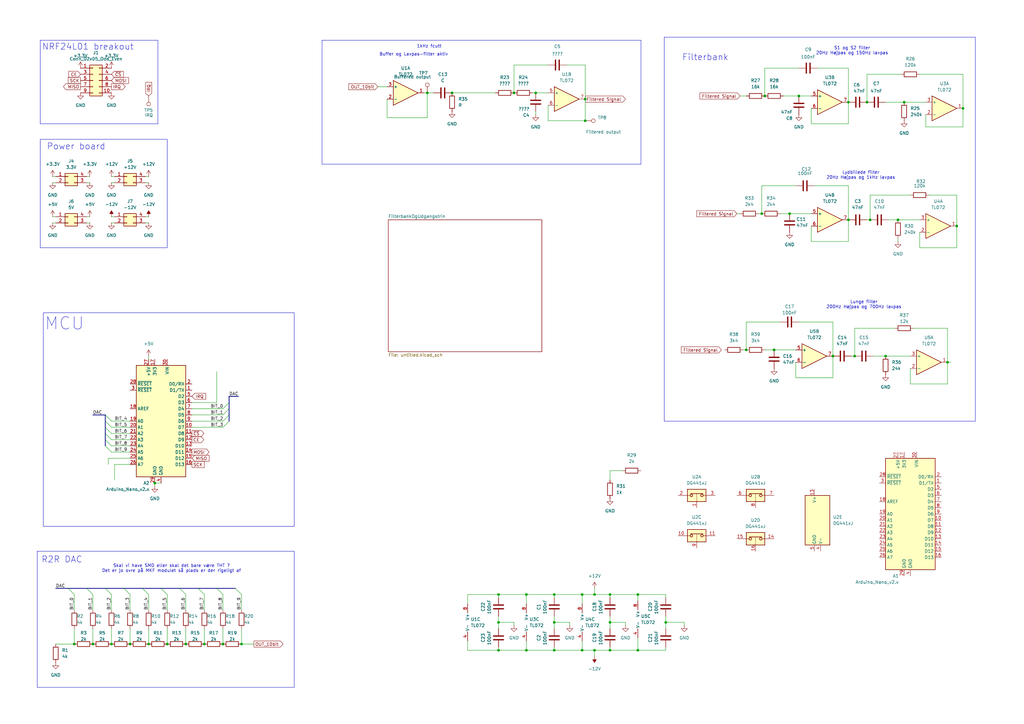
<source format=kicad_sch>
(kicad_sch (version 20231120) (generator "eeschema") (generator_version "8.0")
  (paper "A3")
  (junction (at 363.22 146.05))
  (junction (at 347.98 41.91))
  (junction (at 204.47 266.7))
  (junction (at 238.76 243.84))
  (junction (at 204.47 255.27))
  (junction (at 76.2 264.16))
  (junction (at 175.26 38.1))
  (junction (at 238.76 266.7))
  (junction (at 219.71 38.1))
  (junction (at 83.82 264.16))
  (junction (at 392.43 92.71))
  (junction (at 370.84 41.91))
  (junction (at 243.84 243.84))
  (junction (at 250.19 255.27))
  (junction (at 250.19 243.84))
  (junction (at 227.33 243.84))
  (junction (at 240.03 40.64))
  (junction (at 63.5 198.12))
  (junction (at 355.6 41.91))
  (junction (at 210.82 38.1))
  (junction (at 185.42 38.1))
  (junction (at 350.52 146.05))
  (junction (at 323.85 87.63))
  (junction (at 68.58 264.16))
  (junction (at 240.03 49.53))
  (junction (at 317.5 143.51))
  (junction (at 261.62 266.7))
  (junction (at 356.87 90.17))
  (junction (at 30.48 264.16))
  (junction (at 53.34 264.16))
  (junction (at 45.72 264.16))
  (junction (at 227.33 255.27))
  (junction (at 38.1 264.16))
  (junction (at 215.9 243.84))
  (junction (at 99.06 264.16))
  (junction (at 273.05 255.27))
  (junction (at 91.44 264.16))
  (junction (at 227.33 266.7))
  (junction (at 60.96 264.16))
  (junction (at 215.9 266.7))
  (junction (at 306.07 143.51))
  (junction (at 243.84 266.7))
  (junction (at 327.66 39.37))
  (junction (at 250.19 266.7))
  (junction (at 312.42 87.63))
  (junction (at 341.63 146.05))
  (junction (at 388.62 148.59))
  (junction (at 347.98 90.17))
  (junction (at 368.3 90.17))
  (junction (at 313.69 39.37))
  (junction (at 261.62 243.84))
  (junction (at 394.97 44.45))
  (junction (at 204.47 243.84))
  (bus_entry (at 43.18 241.3) (size 2.54 2.54))
  (bus_entry (at 35.56 241.3) (size 2.54 2.54))
  (bus_entry (at 91.44 170.18) (size 2.54 -2.54))
  (bus_entry (at 27.94 241.3) (size 2.54 2.54))
  (bus_entry (at 96.52 241.3) (size 2.54 2.54))
  (bus_entry (at 88.9 241.3) (size 2.54 2.54))
  (bus_entry (at 50.8 241.3) (size 2.54 2.54))
  (bus_entry (at 58.42 241.3) (size 2.54 2.54))
  (bus_entry (at 73.66 241.3) (size 2.54 2.54))
  (bus_entry (at 91.44 167.64) (size 2.54 -2.54))
  (bus_entry (at 45.72 185.42) (size -2.54 -2.54))
  (bus_entry (at 66.04 241.3) (size 2.54 2.54))
  (bus_entry (at 43.18 175.26) (size 2.54 2.54))
  (bus_entry (at 45.72 182.88) (size -2.54 -2.54))
  (bus_entry (at 91.44 175.26) (size 2.54 -2.54))
  (bus_entry (at 45.72 180.34) (size -2.54 -2.54))
  (bus_entry (at 91.44 172.72) (size 2.54 -2.54))
  (bus_entry (at 43.18 172.72) (size 2.54 2.54))
  (bus_entry (at 81.28 241.3) (size 2.54 2.54))
  (bus_entry (at 43.18 170.18) (size 2.54 2.54))
  (wire (pts (xy 250.19 243.84) (xy 261.62 243.84)))
  (wire (pts (xy 335.28 27.94) (xy 347.98 27.94)))
  (wire (pts (xy 99.06 243.84) (xy 99.06 250.19)))
  (wire (pts (xy 370.84 41.91) (xy 379.73 41.91)))
  (wire (pts (xy 44.45 187.96) (xy 44.45 190.5)))
  (wire (pts (xy 191.77 262.89) (xy 191.77 266.7)))
  (wire (pts (xy 240.03 40.64) (xy 240.03 49.53)))
  (wire (pts (xy 243.84 243.84) (xy 250.19 243.84)))
  (wire (pts (xy 53.34 187.96) (xy 44.45 187.96)))
  (polyline (pts (xy 132.08 16.51) (xy 132.08 67.31)))
  (polyline (pts (xy 262.89 67.31) (xy 262.89 16.51)))
  (wire (pts (xy 68.58 257.81) (xy 68.58 264.16)))
  (bus (pts (xy 43.18 172.72) (xy 43.18 175.26)))
  (wire (pts (xy 191.77 266.7) (xy 204.47 266.7)))
  (wire (pts (xy 347.98 90.17) (xy 347.98 99.06)))
  (wire (pts (xy 63.5 198.12) (xy 66.04 198.12)))
  (wire (pts (xy 363.22 41.91) (xy 370.84 41.91)))
  (wire (pts (xy 243.84 266.7) (xy 243.84 269.24)))
  (wire (pts (xy 91.44 243.84) (xy 91.44 250.19)))
  (wire (pts (xy 273.05 265.43) (xy 273.05 266.7)))
  (wire (pts (xy 261.62 243.84) (xy 273.05 243.84)))
  (wire (pts (xy 219.71 38.1) (xy 218.44 38.1)))
  (wire (pts (xy 327.66 39.37) (xy 332.74 39.37)))
  (wire (pts (xy 21.59 74.93) (xy 22.86 74.93)))
  (wire (pts (xy 374.65 134.62) (xy 388.62 134.62)))
  (wire (pts (xy 88.9 152.4) (xy 88.9 165.1)))
  (wire (pts (xy 45.72 243.84) (xy 45.72 250.19)))
  (wire (pts (xy 76.2 257.81) (xy 76.2 264.16)))
  (wire (pts (xy 185.42 38.1) (xy 203.2 38.1)))
  (bus (pts (xy 50.8 241.3) (xy 58.42 241.3)))
  (wire (pts (xy 204.47 255.27) (xy 204.47 257.81)))
  (wire (pts (xy 326.39 154.94) (xy 341.63 154.94)))
  (bus (pts (xy 38.1 170.18) (xy 43.18 170.18)))
  (wire (pts (xy 227.33 266.7) (xy 215.9 266.7)))
  (wire (pts (xy 38.1 257.81) (xy 38.1 264.16)))
  (wire (pts (xy 303.53 39.37) (xy 306.07 39.37)))
  (wire (pts (xy 210.82 38.1) (xy 210.82 26.67)))
  (wire (pts (xy 78.74 170.18) (xy 91.44 170.18)))
  (wire (pts (xy 250.19 193.04) (xy 255.27 193.04)))
  (wire (pts (xy 250.19 243.84) (xy 250.19 245.11)))
  (wire (pts (xy 347.98 27.94) (xy 347.98 41.91)))
  (wire (pts (xy 332.74 44.45) (xy 332.74 50.8)))
  (wire (pts (xy 60.96 146.05) (xy 60.96 147.32)))
  (wire (pts (xy 210.82 256.54) (xy 210.82 255.27)))
  (bus (pts (xy 43.18 180.34) (xy 43.18 177.8)))
  (wire (pts (xy 355.6 90.17) (xy 356.87 90.17)))
  (wire (pts (xy 53.34 190.5) (xy 46.99 190.5)))
  (bus (pts (xy 27.94 241.3) (xy 35.56 241.3)))
  (wire (pts (xy 227.33 252.73) (xy 227.33 255.27)))
  (wire (pts (xy 250.19 255.27) (xy 256.54 255.27)))
  (wire (pts (xy 59.69 91.44) (xy 60.96 91.44)))
  (wire (pts (xy 341.63 146.05) (xy 341.63 154.94)))
  (wire (pts (xy 356.87 80.01) (xy 356.87 90.17)))
  (wire (pts (xy 233.68 256.54) (xy 233.68 255.27)))
  (wire (pts (xy 38.1 243.84) (xy 38.1 250.19)))
  (wire (pts (xy 191.77 243.84) (xy 191.77 247.65)))
  (wire (pts (xy 46.99 190.5) (xy 46.99 196.85)))
  (wire (pts (xy 392.43 80.01) (xy 392.43 92.71)))
  (wire (pts (xy 261.62 261.62) (xy 261.62 266.7)))
  (wire (pts (xy 204.47 243.84) (xy 191.77 243.84)))
  (wire (pts (xy 377.19 95.25) (xy 377.19 101.6)))
  (wire (pts (xy 373.38 80.01) (xy 356.87 80.01)))
  (wire (pts (xy 381 80.01) (xy 392.43 80.01)))
  (wire (pts (xy 388.62 148.59) (xy 388.62 157.48)))
  (wire (pts (xy 334.01 76.2) (xy 347.98 76.2)))
  (wire (pts (xy 45.72 88.9) (xy 46.99 88.9)))
  (wire (pts (xy 45.72 185.42) (xy 53.34 185.42)))
  (wire (pts (xy 313.69 39.37) (xy 313.69 27.94)))
  (wire (pts (xy 99.06 264.16) (xy 104.14 264.16)))
  (wire (pts (xy 250.19 252.73) (xy 250.19 255.27)))
  (wire (pts (xy 238.76 243.84) (xy 243.84 243.84)))
  (wire (pts (xy 175.26 48.26) (xy 175.26 38.1)))
  (wire (pts (xy 280.67 255.27) (xy 280.67 256.54)))
  (wire (pts (xy 204.47 265.43) (xy 204.47 266.7)))
  (bus (pts (xy 43.18 182.88) (xy 43.18 180.34)))
  (wire (pts (xy 227.33 255.27) (xy 227.33 257.81)))
  (wire (pts (xy 204.47 245.11) (xy 204.47 243.84)))
  (bus (pts (xy 93.98 170.18) (xy 93.98 167.64)))
  (wire (pts (xy 273.05 255.27) (xy 273.05 257.81)))
  (wire (pts (xy 78.74 167.64) (xy 91.44 167.64)))
  (wire (pts (xy 273.05 255.27) (xy 280.67 255.27)))
  (wire (pts (xy 173.99 38.1) (xy 175.26 38.1)))
  (wire (pts (xy 45.72 74.93) (xy 46.99 74.93)))
  (wire (pts (xy 332.74 99.06) (xy 347.98 99.06)))
  (bus (pts (xy 43.18 170.18) (xy 43.18 172.72)))
  (wire (pts (xy 158.75 40.64) (xy 158.75 48.26)))
  (wire (pts (xy 243.84 266.7) (xy 250.19 266.7)))
  (wire (pts (xy 78.74 172.72) (xy 91.44 172.72)))
  (wire (pts (xy 327.66 132.08) (xy 341.63 132.08)))
  (wire (pts (xy 355.6 41.91) (xy 355.6 30.48)))
  (wire (pts (xy 22.86 264.16) (xy 30.48 264.16)))
  (wire (pts (xy 219.71 45.72) (xy 219.71 46.99)))
  (wire (pts (xy 227.33 245.11) (xy 227.33 243.84)))
  (wire (pts (xy 91.44 257.81) (xy 91.44 264.16)))
  (wire (pts (xy 219.71 38.1) (xy 224.79 38.1)))
  (wire (pts (xy 363.22 146.05) (xy 373.38 146.05)))
  (wire (pts (xy 204.47 266.7) (xy 215.9 266.7)))
  (wire (pts (xy 215.9 243.84) (xy 227.33 243.84)))
  (wire (pts (xy 250.19 265.43) (xy 250.19 266.7)))
  (wire (pts (xy 377.19 30.48) (xy 394.97 30.48)))
  (wire (pts (xy 367.03 134.62) (xy 350.52 134.62)))
  (wire (pts (xy 21.59 88.9) (xy 22.86 88.9)))
  (wire (pts (xy 320.04 87.63) (xy 323.85 87.63)))
  (bus (pts (xy 73.66 241.3) (xy 81.28 241.3)))
  (wire (pts (xy 227.33 255.27) (xy 233.68 255.27)))
  (wire (pts (xy 364.49 90.17) (xy 368.3 90.17)))
  (wire (pts (xy 313.69 27.94) (xy 327.66 27.94)))
  (wire (pts (xy 21.59 91.44) (xy 22.86 91.44)))
  (wire (pts (xy 224.79 43.18) (xy 224.79 49.53)))
  (wire (pts (xy 83.82 264.16) (xy 83.82 257.81)))
  (wire (pts (xy 83.82 243.84) (xy 83.82 250.19)))
  (polyline (pts (xy 132.08 16.51) (xy 262.89 16.51)))
  (wire (pts (xy 45.72 172.72) (xy 53.34 172.72)))
  (wire (pts (xy 317.5 143.51) (xy 326.39 143.51)))
  (wire (pts (xy 175.26 38.1) (xy 177.8 38.1)))
  (wire (pts (xy 30.48 257.81) (xy 30.48 264.16)))
  (wire (pts (xy 45.72 175.26) (xy 53.34 175.26)))
  (wire (pts (xy 388.62 148.59) (xy 388.62 134.62)))
  (wire (pts (xy 312.42 76.2) (xy 312.42 87.63)))
  (wire (pts (xy 227.33 243.84) (xy 238.76 243.84)))
  (wire (pts (xy 215.9 262.89) (xy 215.9 266.7)))
  (wire (pts (xy 35.56 91.44) (xy 36.83 91.44)))
  (wire (pts (xy 227.33 265.43) (xy 227.33 266.7)))
  (wire (pts (xy 53.34 243.84) (xy 53.34 250.19)))
  (wire (pts (xy 35.56 74.93) (xy 36.83 74.93)))
  (wire (pts (xy 350.52 134.62) (xy 350.52 146.05)))
  (wire (pts (xy 373.38 151.13) (xy 373.38 157.48)))
  (wire (pts (xy 368.3 97.79) (xy 368.3 99.06)))
  (wire (pts (xy 261.62 243.84) (xy 261.62 246.38)))
  (wire (pts (xy 321.31 39.37) (xy 327.66 39.37)))
  (wire (pts (xy 59.69 74.93) (xy 60.96 74.93)))
  (wire (pts (xy 332.74 92.71) (xy 332.74 99.06)))
  (wire (pts (xy 358.14 146.05) (xy 363.22 146.05)))
  (wire (pts (xy 394.97 52.07) (xy 394.97 44.45)))
  (wire (pts (xy 303.53 87.63) (xy 302.26 87.63)))
  (wire (pts (xy 240.03 26.67) (xy 240.03 40.64)))
  (wire (pts (xy 45.72 257.81) (xy 45.72 264.16)))
  (wire (pts (xy 320.04 132.08) (xy 306.07 132.08)))
  (polyline (pts (xy 132.08 67.31) (xy 262.89 67.31)))
  (wire (pts (xy 368.3 90.17) (xy 377.19 90.17)))
  (wire (pts (xy 347.98 76.2) (xy 347.98 90.17)))
  (wire (pts (xy 204.47 252.73) (xy 204.47 255.27)))
  (bus (pts (xy 93.98 167.64) (xy 93.98 165.1)))
  (wire (pts (xy 256.54 256.54) (xy 256.54 255.27)))
  (wire (pts (xy 78.74 175.26) (xy 91.44 175.26)))
  (wire (pts (xy 238.76 266.7) (xy 243.84 266.7)))
  (wire (pts (xy 326.39 76.2) (xy 312.42 76.2)))
  (wire (pts (xy 204.47 243.84) (xy 215.9 243.84)))
  (bus (pts (xy 43.18 175.26) (xy 43.18 177.8)))
  (wire (pts (xy 388.62 148.59) (xy 389.89 148.59)))
  (wire (pts (xy 311.15 87.63) (xy 312.42 87.63)))
  (wire (pts (xy 394.97 30.48) (xy 394.97 44.45)))
  (wire (pts (xy 21.59 72.39) (xy 22.86 72.39)))
  (wire (pts (xy 355.6 30.48) (xy 369.57 30.48)))
  (wire (pts (xy 250.19 266.7) (xy 261.62 266.7)))
  (bus (pts (xy 88.9 241.3) (xy 96.52 241.3)))
  (wire (pts (xy 45.72 91.44) (xy 46.99 91.44)))
  (wire (pts (xy 326.39 148.59) (xy 326.39 154.94)))
  (wire (pts (xy 349.25 146.05) (xy 350.52 146.05)))
  (wire (pts (xy 227.33 266.7) (xy 238.76 266.7)))
  (wire (pts (xy 59.69 88.9) (xy 60.96 88.9)))
  (bus (pts (xy 58.42 241.3) (xy 66.04 241.3)))
  (wire (pts (xy 392.43 92.71) (xy 392.43 101.6)))
  (bus (pts (xy 35.56 241.3) (xy 43.18 241.3)))
  (wire (pts (xy 45.72 180.34) (xy 53.34 180.34)))
  (wire (pts (xy 45.72 72.39) (xy 46.99 72.39)))
  (wire (pts (xy 45.72 182.88) (xy 53.34 182.88)))
  (wire (pts (xy 30.48 243.84) (xy 30.48 250.19)))
  (wire (pts (xy 224.79 49.53) (xy 240.03 49.53)))
  (wire (pts (xy 373.38 157.48) (xy 388.62 157.48)))
  (wire (pts (xy 238.76 262.89) (xy 238.76 266.7)))
  (bus (pts (xy 93.98 172.72) (xy 93.98 170.18)))
  (wire (pts (xy 215.9 247.65) (xy 215.9 243.84)))
  (wire (pts (xy 323.85 87.63) (xy 332.74 87.63)))
  (wire (pts (xy 60.96 243.84) (xy 60.96 250.19)))
  (wire (pts (xy 250.19 193.04) (xy 250.19 196.85)))
  (wire (pts (xy 379.73 52.07) (xy 394.97 52.07)))
  (bus (pts (xy 22.86 241.3) (xy 27.94 241.3)))
  (wire (pts (xy 204.47 255.27) (xy 210.82 255.27)))
  (wire (pts (xy 68.58 243.84) (xy 68.58 250.19)))
  (bus (pts (xy 93.98 165.1) (xy 93.98 162.56)))
  (wire (pts (xy 238.76 243.84) (xy 238.76 247.65)))
  (wire (pts (xy 250.19 255.27) (xy 250.19 257.81)))
  (bus (pts (xy 81.28 241.3) (xy 88.9 241.3)))
  (wire (pts (xy 261.62 266.7) (xy 273.05 266.7)))
  (wire (pts (xy 313.69 143.51) (xy 317.5 143.51)))
  (wire (pts (xy 59.69 72.39) (xy 60.96 72.39)))
  (wire (pts (xy 332.74 50.8) (xy 347.98 50.8)))
  (bus (pts (xy 43.18 241.3) (xy 50.8 241.3)))
  (wire (pts (xy 45.72 177.8) (xy 53.34 177.8)))
  (wire (pts (xy 60.96 257.81) (xy 60.96 264.16)))
  (wire (pts (xy 78.74 165.1) (xy 88.9 165.1)))
  (wire (pts (xy 53.34 257.81) (xy 53.34 264.16)))
  (wire (pts (xy 306.07 132.08) (xy 306.07 143.51)))
  (wire (pts (xy 99.06 257.81) (xy 99.06 264.16)))
  (wire (pts (xy 35.56 88.9) (xy 36.83 88.9)))
  (wire (pts (xy 158.75 48.26) (xy 175.26 48.26)))
  (wire (pts (xy 273.05 252.73) (xy 273.05 255.27)))
  (wire (pts (xy 273.05 243.84) (xy 273.05 245.11)))
  (wire (pts (xy 347.98 41.91) (xy 347.98 50.8)))
  (wire (pts (xy 240.03 26.67) (xy 232.41 26.67)))
  (wire (pts (xy 210.82 26.67) (xy 224.79 26.67)))
  (bus (pts (xy 66.04 241.3) (xy 73.66 241.3)))
  (wire (pts (xy 379.73 46.99) (xy 379.73 52.07)))
  (wire (pts (xy 35.56 72.39) (xy 36.83 72.39)))
  (wire (pts (xy 76.2 243.84) (xy 76.2 250.19)))
  (wire (pts (xy 377.19 101.6) (xy 392.43 101.6)))
  (wire (pts (xy 63.5 198.12) (xy 63.5 199.39)))
  (wire (pts (xy 243.84 241.3) (xy 243.84 243.84)))
  (bus (pts (xy 93.98 162.56) (xy 97.79 162.56)))
  (wire (pts (xy 154.94 35.56) (xy 158.75 35.56)))
  (wire (pts (xy 341.63 132.08) (xy 341.63 146.05)))
  (wire (pts (xy 304.8 143.51) (xy 306.07 143.51)))
  (rectangle (start 17.78 128.27) (end 120.65 215.9))
  (rectangle (start 272.415 15.24) (end 400.05 172.72))
  (rectangle (start 16.51 57.15) (end 68.58 101.6))
  (rectangle (start 16.51 16.51) (end 64.77 50.8))
  (rectangle (start 15.24 226.06) (end 120.65 281.94))
  (text "1kHz fcutt\n" (at 176.022 19.05 0) (effects (font (size 1.27 1.27))))
  (text "S1 og S2 filter\n20Hz Højpas og 150Hz lavpas" (at 349.504 20.828 0) (effects (font (size 1.27 1.27))))
  (text "Skal vi have SMD eller skal det bare være THT ?\nDet er jo ovre på MKF modulet så plads er der rigeligt af\n" (at 70.358 233.172 0) (effects (font (size 1.27 1.27))))
  (text "MCU" (at 26.416 132.842 0) (effects (font (size 5.08 5.08))))
  (text "Power board\n" (at 31.242 60.198 0) (effects (font (size 2.54 2.54))))
  (text "Lydbillede filter\n20Hz Højpas og 1kHz lavpas" (at 353.06 71.882 0) (effects (font (size 1.27 1.27))))
  (text "Buffer og Lavpas-filter aktiv\n" (at 169.672 22.352 0) (effects (font (size 1.27 1.27))))
  (text "R2R DAC" (at 25.4 229.616 0) (effects (font (size 2.54 2.54))))
  (text "NRF24L01 breakout" (at 36.068 19.304 0) (effects (font (size 2.54 2.54))))
  (text "Lunge filter\n200Hz Højpas og 700Hz lavpas" (at 354.33 124.968 0) (effects (font (size 1.27 1.27))))
  (text "Filterbank" (at 289.306 23.622 0) (effects (font (size 2.54 2.54))))
  (label "BIT_0" (at 30.48 250.19 90))
  (label "BIT_9" (at 99.06 250.19 90))
  (label "BIT_2" (at 45.72 250.19 90))
  (label "DAC" (at 38.1 170.18 0))
  (label "DAC" (at 93.98 162.56 0))
  (label "BIT_7" (at 83.82 250.19 90))
  (label "BIT_0" (at 86.36 167.64 0))
  (label "BIT_2" (at 86.36 172.72 0))
  (label "BIT_9" (at 46.99 185.42 0))
  (label "BIT_6" (at 46.99 177.8 0))
  (label "BIT_8" (at 46.99 182.88 0))
  (label "BIT_1" (at 86.36 170.18 0))
  (label "BIT_7" (at 46.99 180.34 0))
  (label "BIT_6" (at 76.2 250.19 90))
  (label "DAC" (at 22.86 241.3 0))
  (label "BIT_4" (at 46.99 172.72 0))
  (label "BIT_5" (at 46.99 175.26 0))
  (label "BIT_3" (at 86.36 175.26 0))
  (label "BIT_8" (at 91.44 250.19 90))
  (label "BIT_4" (at 60.96 250.19 90))
  (label "BIT_1" (at 38.1 250.19 90))
  (label "BIT_5" (at 68.58 250.19 90))
  (label "BIT_3" (at 53.34 250.19 90))
  (global_label "OUT_10bit" (shape output) (at 104.14 264.16 0) (property "Intersheetrefs" "${INTERSHEET_REFS}" (effects (hide yes))))
  (global_label "CE" (shape input) (at 33.02 30.48 180) (property "Intersheetrefs" "${INTERSHEET_REFS}" (effects (hide yes))))
  (global_label "Filtered Signal" (shape input) (at 295.91 143.51 180) (property "Intersheetrefs" "${INTERSHEET_REFS}" (effects (hide yes))))
  (global_label "Filtered Signal" (shape input) (at 303.53 39.37 180) (property "Intersheetrefs" "${INTERSHEET_REFS}" (effects (hide yes))))
  (global_label "Filtered Signal" (shape input) (at 302.26 87.63 180) (property "Intersheetrefs" "${INTERSHEET_REFS}" (effects (hide yes))))
  (global_label "Filtered Signal" (shape output) (at 240.03 40.64 0) (property "Intersheetrefs" "${INTERSHEET_REFS}" (effects (hide yes))))
  (global_label "SCK" (shape passive) (at 78.74 190.5 0) (property "Intersheetrefs" "${INTERSHEET_REFS}" (effects (hide yes))))
  (global_label "IRQ" (shape input) (at 60.96 39.37 90) (property "Intersheetrefs" "${INTERSHEET_REFS}" (effects (hide yes))))
  (global_label "SCK" (shape passive) (at 33.02 33.02 180) (property "Intersheetrefs" "${INTERSHEET_REFS}" (effects (hide yes))))
  (global_label "MISO" (shape output) (at 33.02 35.56 180) (property "Intersheetrefs" "${INTERSHEET_REFS}" (effects (hide yes))))
  (global_label "IRQ" (shape input) (at 78.74 162.56 0) (property "Intersheetrefs" "${INTERSHEET_REFS}" (effects (hide yes))))
  (global_label "~{CS}" (shape input) (at 45.72 30.48 0) (property "Intersheetrefs" "${INTERSHEET_REFS}" (effects (hide yes))))
  (global_label "~{CS}" (shape output) (at 78.74 177.8 0) (property "Intersheetrefs" "${INTERSHEET_REFS}" (effects (hide yes))))
  (global_label "MISO" (shape input) (at 78.74 187.96 0) (property "Intersheetrefs" "${INTERSHEET_REFS}" (effects (hide yes))))
  (global_label "IRQ" (shape output) (at 45.72 35.56 0) (property "Intersheetrefs" "${INTERSHEET_REFS}" (effects (hide yes))))
  (global_label "MOSI" (shape output) (at 78.74 185.42 0) (property "Intersheetrefs" "${INTERSHEET_REFS}" (effects (hide yes))))
  (global_label "MOSI" (shape input) (at 45.72 33.02 0) (property "Intersheetrefs" "${INTERSHEET_REFS}" (effects (hide yes))))
  (global_label "CE" (shape output) (at 78.74 180.34 0) (property "Intersheetrefs" "${INTERSHEET_REFS}" (effects (hide yes))))
  (global_label "OUT_10bit" (shape input) (at 154.94 35.56 180) (property "Intersheetrefs" "${INTERSHEET_REFS}" (effects (hide yes))))
  (symbol (lib_id "Connector_Generic:Conn_02x02_Counter_Clockwise") (at 27.94 88.9 0) (unit 1)
    (property "Reference" "J6" (at 29.21 82.55 0))
    (property "Value" "5V" (at 29.21 85.09 0))
    (property "Footprint" "Connector_PinHeader_2.54mm:PinHeader_2x02_P2.54mm_Vertical" (effects (hide yes)))
    (property "Description" "Generic connector, double row, 02x02, counter clockwise pin numbering scheme (similar to DIP package numbering), script generated (kicad-library-utils/schlib/autogen/connector/)" (effects (hide yes)))
  )
  (symbol (lib_id "Device:R") (at 83.82 254 0) (unit 1)
    (property "Reference" "R16" (at 84.836 252.7301 0) (effects (justify left)))
    (property "Value" "4k" (at 84.836 255.2701 0) (effects (justify left)))
    (property "Footprint" "Resistor_THT:R_Axial_DIN0207_L6.3mm_D2.5mm_P10.16mm_Horizontal" (effects (hide yes)))
    (property "Description" "Resistor" (effects (hide yes)))
  )
  (symbol (lib_id "power:GND") (at 45.72 91.44 0) (unit 1)
    (property "Reference" "#PWR029" (effects (hide yes)))
    (property "Value" "GND" (at 45.72 96.52 0))
    (property "Description" "Power symbol creates a global label with name \"GND\" , ground" (effects (hide yes)))
  )
  (symbol (lib_id "power:GND") (at 219.71 46.99 0) (unit 1)
    (property "Reference" "#PWR017" (effects (hide yes)))
    (property "Value" "GND" (at 219.71 52.07 0))
    (property "Description" "Power symbol creates a global label with name \"GND\" , ground" (effects (hide yes)))
  )
  (symbol (lib_id "power:-12V") (at 243.84 269.24 180) (unit 1)
    (property "Reference" "#PWR046" (effects (hide yes)))
    (property "Value" "-12V" (at 243.84 274.32 0))
    (property "Description" "Power symbol creates a global label with name \"-12V\"" (effects (hide yes)))
  )
  (symbol (lib_id "Amplifier_Operational:TL072") (at 381 148.59 0) (unit 1)
    (property "Reference" "U5" (at 381 138.43 0))
    (property "Value" "TL072" (at 381 140.97 0))
    (property "Footprint" "Package_DIP:DIP-8_W7.62mm_LongPads" (effects (hide yes)))
    (property "Datasheet" "http://www.ti.com/lit/ds/symlink/tl071.pdf" (effects (hide yes)))
    (property "Description" "Dual Low-Noise JFET-Input Operational Amplifiers, DIP-8/SOIC-8" (effects (hide yes)))
  )
  (symbol (lib_id "Device:C") (at 323.85 91.44 0) (unit 1)
    (property "Reference" "C11" (at 326.644 89.916 0) (effects (justify left)))
    (property "Value" "47nF" (at 326.644 92.456 0) (effects (justify left)))
    (property "Footprint" "Capacitor_THT:C_Disc_D7.0mm_W2.5mm_P5.00mm" (effects (hide yes)))
    (property "Description" "Unpolarized capacitor" (effects (hide yes)))
  )
  (symbol (lib_id "Device:R") (at 250.19 200.66 0) (unit 1)
    (property "Reference" "R31" (at 252.73 199.3899 0) (effects (justify left)))
    (property "Value" "1k" (at 252.73 201.9299 0) (effects (justify left)))
    (property "Footprint" "Resistor_THT:R_Axial_DIN0207_L6.3mm_D2.5mm_P10.16mm_Horizontal" (effects (hide yes)))
    (property "Description" "Resistor" (effects (hide yes)))
  )
  (symbol (lib_id "Device:R") (at 53.34 254 0) (unit 1)
    (property "Reference" "R8" (at 54.356 252.7301 0) (effects (justify left)))
    (property "Value" "4k" (at 54.356 255.2701 0) (effects (justify left)))
    (property "Footprint" "Resistor_THT:R_Axial_DIN0207_L6.3mm_D2.5mm_P10.16mm_Horizontal" (effects (hide yes)))
    (property "Description" "Resistor" (effects (hide yes)))
  )
  (symbol (lib_id "Device:C") (at 331.47 27.94 90) (unit 1)
    (property "Reference" "C9" (at 331.47 20.32 90))
    (property "Value" "100nF" (at 331.47 23.368 90))
    (property "Footprint" "Capacitor_THT:C_Disc_D7.0mm_W2.5mm_P5.00mm" (effects (hide yes)))
    (property "Description" "Unpolarized capacitor" (effects (hide yes)))
  )
  (symbol (lib_id "Device:C") (at 227.33 261.62 180) (unit 1)
    (property "Reference" "C2" (at 220.98 261.62 90))
    (property "Value" "100nF" (at 223.52 261.62 90))
    (property "Footprint" "Capacitor_THT:C_Disc_D7.0mm_W2.5mm_P5.00mm" (effects (hide yes)))
    (property "Description" "Unpolarized capacitor" (effects (hide yes)))
  )
  (symbol (lib_id "Connector:TestPoint") (at 240.03 49.53 270) (unit 1)
    (property "Reference" "TP8" (at 245.11 48.2599 90) (effects (justify left)))
    (property "Value" "Filtered output" (at 240.284 54.102 90) (effects (justify left)))
    (property "Footprint" "TestPoint:TestPoint_Pad_3.0x3.0mm" (effects (hide yes)))
    (property "Description" "test point" (effects (hide yes)))
  )
  (symbol (lib_id "power:GND") (at 256.54 256.54 0) (unit 1)
    (property "Reference" "#PWR011" (effects (hide yes)))
    (property "Value" "GND" (at 256.54 261.62 0))
    (property "Description" "Power symbol creates a global label with name \"GND\" , ground" (effects (hide yes)))
  )
  (symbol (lib_id "power:GND") (at 363.22 153.67 0) (unit 1)
    (property "Reference" "#PWR037" (effects (hide yes)))
    (property "Value" "GND" (at 363.22 158.75 0))
    (property "Description" "Power symbol creates a global label with name \"GND\" , ground" (effects (hide yes)))
  )
  (symbol (lib_id "Connector_Generic:Conn_02x02_Counter_Clockwise") (at 52.07 88.9 0) (unit 1)
    (property "Reference" "J7" (at 53.34 82.55 0))
    (property "Value" "-12V" (at 53.34 85.09 0))
    (property "Footprint" "Connector_PinHeader_2.54mm:PinHeader_2x02_P2.54mm_Vertical" (effects (hide yes)))
    (property "Description" "Generic connector, double row, 02x02, counter clockwise pin numbering scheme (similar to DIP package numbering), script generated (kicad-library-utils/schlib/autogen/connector/)" (effects (hide yes)))
  )
  (symbol (lib_id "Device:C") (at 219.71 41.91 180) (unit 1)
    (property "Reference" "C4" (at 217.17 47.244 0) (effects (justify left)))
    (property "Value" "????" (at 217.17 44.704 0) (effects (justify left)))
    (property "Footprint" "Capacitor_THT:C_Disc_D7.0mm_W2.5mm_P5.00mm" (effects (hide yes)))
    (property "Description" "Unpolarized capacitor" (effects (hide yes)))
  )
  (symbol (lib_id "Device:R") (at 309.88 39.37 270) (unit 1)
    (property "Reference" "R27" (at 309.88 33.02 90))
    (property "Value" "16k" (at 309.88 35.56 90))
    (property "Footprint" "Resistor_THT:R_Axial_DIN0207_L6.3mm_D2.5mm_P10.16mm_Horizontal" (effects (hide yes)))
    (property "Description" "Resistor" (effects (hide yes)))
  )
  (symbol (lib_id "power:GND") (at 327.66 46.99 0) (unit 1)
    (property "Reference" "#PWR019" (effects (hide yes)))
    (property "Value" "GND" (at 327.66 52.07 0))
    (property "Description" "Power symbol creates a global label with name \"GND\" , ground" (effects (hide yes)))
  )
  (symbol (lib_id "Device:R") (at 45.72 254 0) (unit 1)
    (property "Reference" "R6" (at 46.736 252.7301 0) (effects (justify left)))
    (property "Value" "4k" (at 46.736 255.2701 0) (effects (justify left)))
    (property "Footprint" "Resistor_THT:R_Axial_DIN0207_L6.3mm_D2.5mm_P10.16mm_Horizontal" (effects (hide yes)))
    (property "Description" "Resistor" (effects (hide yes)))
  )
  (symbol (lib_id "Device:R") (at 30.48 254 0) (unit 1)
    (property "Reference" "R2" (at 31.496 252.7301 0) (effects (justify left)))
    (property "Value" "4k" (at 31.496 255.2701 0) (effects (justify left)))
    (property "Footprint" "Resistor_THT:R_Axial_DIN0207_L6.3mm_D2.5mm_P10.16mm_Horizontal" (effects (hide yes)))
    (property "Description" "Resistor" (effects (hide yes)))
  )
  (symbol (lib_id "Amplifier_Operational:TL072") (at 264.16 254 0) (unit 3)
    (property "Reference" "U5" (at 262.89 252.7299 0) (effects (justify left)))
    (property "Value" "TL072" (at 262.89 255.2699 0) (effects (justify left)))
    (property "Footprint" "Package_DIP:DIP-8_W7.62mm_LongPads" (effects (hide yes)))
    (property "Datasheet" "http://www.ti.com/lit/ds/symlink/tl071.pdf" (effects (hide yes)))
    (property "Description" "Dual Low-Noise JFET-Input Operational Amplifiers, DIP-8/SOIC-8" (effects (hide yes)))
  )
  (symbol (lib_id "Device:R") (at 34.29 264.16 90) (unit 1)
    (property "Reference" "R3" (at 34.29 259.588 90))
    (property "Value" "2k" (at 34.29 262.128 90))
    (property "Footprint" "Resistor_THT:R_Axial_DIN0207_L6.3mm_D2.5mm_P10.16mm_Horizontal" (effects (hide yes)))
    (property "Description" "Resistor" (effects (hide yes)))
  )
  (symbol (lib_id "Device:C") (at 228.6 26.67 90) (unit 1)
    (property "Reference" "C5" (at 228.6 19.05 90))
    (property "Value" "????" (at 228.6 22.098 90))
    (property "Footprint" "Capacitor_THT:C_Disc_D7.0mm_W2.5mm_P5.00mm" (effects (hide yes)))
    (property "Description" "Unpolarized capacitor" (effects (hide yes)))
  )
  (symbol (lib_id "Device:R") (at 60.96 254 0) (unit 1)
    (property "Reference" "R10" (at 61.976 252.7301 0) (effects (justify left)))
    (property "Value" "4k" (at 61.976 255.2701 0) (effects (justify left)))
    (property "Footprint" "Resistor_THT:R_Axial_DIN0207_L6.3mm_D2.5mm_P10.16mm_Horizontal" (effects (hide yes)))
    (property "Description" "Resistor" (effects (hide yes)))
  )
  (symbol (lib_id "power:-12V") (at 45.72 88.9 0) (unit 1)
    (property "Reference" "#PWR022" (effects (hide yes)))
    (property "Value" "-12V" (at 45.72 83.82 0))
    (property "Description" "Power symbol creates a global label with name \"-12V\"" (effects (hide yes)))
  )
  (symbol (lib_id "Device:C") (at 181.61 38.1 90) (unit 1)
    (property "Reference" "C13" (at 181.61 30.48 90))
    (property "Value" "C" (at 181.61 33.02 90))
    (property "Footprint" "Capacitor_THT:C_Disc_D7.0mm_W2.5mm_P5.00mm" (effects (hide yes)))
    (property "Description" "Unpolarized capacitor" (effects (hide yes)))
  )
  (symbol (lib_id "MCU_Module:Arduino_Nano_v2.x") (at 66.04 172.72 0) (mirror y) (unit 1)
    (property "Reference" "A2" (at 61.3059 198.12 0) (effects (justify left)))
    (property "Value" "Arduino_Nano_v2.x" (at 61.3059 200.66 0) (effects (justify left)))
    (property "Footprint" "Module:Arduino_Nano" (effects (hide yes)))
    (property "Datasheet" "https://www.arduino.cc/en/uploads/Main/ArduinoNanoManual23.pdf" (effects (hide yes)))
    (property "Description" "Arduino Nano v2.x" (effects (hide yes)))
  )
  (symbol (lib_id "power:GND") (at 21.59 74.93 0) (unit 1)
    (property "Reference" "#PWR024" (effects (hide yes)))
    (property "Value" "GND" (at 21.59 80.01 0))
    (property "Description" "Power symbol creates a global label with name \"GND\" , ground" (effects (hide yes)))
  )
  (symbol (lib_id "power:GND") (at 36.83 74.93 0) (unit 1)
    (property "Reference" "#PWR025" (effects (hide yes)))
    (property "Value" "GND" (at 36.83 80.01 0))
    (property "Description" "Power symbol creates a global label with name \"GND\" , ground" (effects (hide yes)))
  )
  (symbol (lib_id "power:GND") (at 210.82 256.54 0) (unit 1)
    (property "Reference" "#PWR014" (effects (hide yes)))
    (property "Value" "GND" (at 210.82 261.62 0))
    (property "Description" "Power symbol creates a global label with name \"GND\" , ground" (effects (hide yes)))
  )
  (symbol (lib_id "Device:R") (at 87.63 264.16 90) (unit 1)
    (property "Reference" "R17" (at 87.63 259.588 90))
    (property "Value" "2k" (at 87.63 262.128 90))
    (property "Footprint" "Resistor_THT:R_Axial_DIN0207_L6.3mm_D2.5mm_P10.16mm_Horizontal" (effects (hide yes)))
    (property "Description" "Resistor" (effects (hide yes)))
  )
  (symbol (lib_id "power:+12V") (at 243.84 241.3 0) (unit 1)
    (property "Reference" "#PWR045" (effects (hide yes)))
    (property "Value" "+12V" (at 243.84 236.22 0))
    (property "Description" "Power symbol creates a global label with name \"+12V\"" (effects (hide yes)))
  )
  (symbol (lib_id "Device:R") (at 316.23 87.63 90) (unit 1)
    (property "Reference" "R34" (at 316.23 81.28 90))
    (property "Value" "2k4" (at 316.23 83.82 90))
    (property "Footprint" "Resistor_THT:R_Axial_DIN0207_L6.3mm_D2.5mm_P10.16mm_Horizontal" (effects (hide yes)))
    (property "Description" "Resistor" (effects (hide yes)))
  )
  (symbol (lib_id "Amplifier_Operational:TL072") (at 218.44 255.27 0) (unit 3)
    (property "Reference" "U3" (at 217.17 253.9999 0) (effects (justify left)))
    (property "Value" "TL072" (at 217.17 256.5399 0) (effects (justify left)))
    (property "Footprint" "Package_DIP:DIP-8_W7.62mm_LongPads" (effects (hide yes)))
    (property "Datasheet" "http://www.ti.com/lit/ds/symlink/tl071.pdf" (effects (hide yes)))
    (property "Description" "Dual Low-Noise JFET-Input Operational Amplifiers, DIP-8/SOIC-8" (effects (hide yes)))
  )
  (symbol (lib_id "Analog_Switch:DG441xJ") (at 309.88 203.2 0) (unit 2)
    (property "Reference" "U2" (at 309.88 195.58 0))
    (property "Value" "DG441xJ" (at 309.88 198.12 0))
    (property "Footprint" "Package_DIP:DIP-16_W7.62mm" (effects (hide yes)))
    (property "Datasheet" "https://datasheets.maximintegrated.com/en/ds/DG441-DG442.pdf" (effects (hide yes)))
    (property "Description" "Quad SPST Analog Switches, normally ON, 60Ohm Ron, DIP-16" (effects (hide yes)))
  )
  (symbol (lib_id "Device:C") (at 323.85 132.08 90) (unit 1)
    (property "Reference" "C17" (at 323.85 125.73 90))
    (property "Value" "100nF" (at 323.85 128.27 90))
    (property "Footprint" "Capacitor_THT:C_Disc_D7.0mm_W2.5mm_P5.00mm" (effects (hide yes)))
    (property "Description" "Unpolarized capacitor" (effects (hide yes)))
  )
  (symbol (lib_id "Device:R") (at 49.53 264.16 90) (unit 1)
    (property "Reference" "R7" (at 49.53 259.588 90))
    (property "Value" "2k" (at 49.53 262.128 90))
    (property "Footprint" "Resistor_THT:R_Axial_DIN0207_L6.3mm_D2.5mm_P10.16mm_Horizontal" (effects (hide yes)))
    (property "Description" "Resistor" (effects (hide yes)))
  )
  (symbol (lib_id "power:+3.3V") (at 21.59 72.39 0) (unit 1)
    (property "Reference" "#PWR07" (effects (hide yes)))
    (property "Value" "+3.3V" (at 21.59 67.31 0))
    (property "Description" "Power symbol creates a global label with name \"+3.3V\"" (effects (hide yes)))
  )
  (symbol (lib_id "Device:R") (at 91.44 254 0) (unit 1)
    (property "Reference" "R18" (at 92.456 252.7301 0) (effects (justify left)))
    (property "Value" "4k" (at 92.456 255.2701 0) (effects (justify left)))
    (property "Footprint" "Resistor_THT:R_Axial_DIN0207_L6.3mm_D2.5mm_P10.16mm_Horizontal" (effects (hide yes)))
    (property "Description" "Resistor" (effects (hide yes)))
  )
  (symbol (lib_id "power:+12V") (at 60.96 72.39 0) (unit 1)
    (property "Reference" "#PWR021" (effects (hide yes)))
    (property "Value" "+12V" (at 60.96 67.31 0))
    (property "Description" "Power symbol creates a global label with name \"+12V\"" (effects (hide yes)))
  )
  (symbol (lib_id "Device:C") (at 360.68 90.17 90) (unit 1)
    (property "Reference" "C10" (at 360.68 82.55 90))
    (property "Value" "47nF" (at 360.68 85.09 90))
    (property "Footprint" "Capacitor_THT:C_Disc_D7.0mm_W2.5mm_P5.00mm" (effects (hide yes)))
    (property "Description" "Unpolarized capacitor" (effects (hide yes)))
  )
  (symbol (lib_id "power:+5V") (at 36.83 88.9 0) (unit 1)
    (property "Reference" "#PWR08" (effects (hide yes)))
    (property "Value" "+5V" (at 36.83 83.82 0))
    (property "Description" "Power symbol creates a global label with name \"+5V\"" (effects (hide yes)))
  )
  (symbol (lib_id "Device:R") (at 368.3 93.98 0) (unit 1)
    (property "Reference" "R30" (at 370.84 92.7099 0) (effects (justify left)))
    (property "Value" "240k" (at 370.84 95.2499 0) (effects (justify left)))
    (property "Footprint" "Resistor_THT:R_Axial_DIN0207_L6.3mm_D2.5mm_P10.16mm_Horizontal" (effects (hide yes)))
    (property "Description" "Resistor" (effects (hide yes)))
  )
  (symbol (lib_id "Device:R") (at 22.86 267.97 0) (unit 1)
    (property "Reference" "R1" (at 25.4 266.6999 0) (effects (justify left)))
    (property "Value" "4k" (at 25.4 269.2399 0) (effects (justify left)))
    (property "Footprint" "Resistor_THT:R_Axial_DIN0207_L6.3mm_D2.5mm_P10.16mm_Horizontal" (effects (hide yes)))
    (property "Description" "Resistor" (effects (hide yes)))
  )
  (symbol (lib_id "Device:C") (at 354.33 146.05 90) (unit 1)
    (property "Reference" "C15" (at 354.33 138.43 90))
    (property "Value" "47nF" (at 354.33 140.97 90))
    (property "Footprint" "Capacitor_THT:C_Disc_D7.0mm_W2.5mm_P5.00mm" (effects (hide yes)))
    (property "Description" "Unpolarized capacitor" (effects (hide yes)))
  )
  (symbol (lib_id "Device:R") (at 309.88 143.51 90) (unit 1)
    (property "Reference" "R39" (at 309.88 137.16 90))
    (property "Value" "3k4" (at 309.88 139.7 90))
    (property "Footprint" "Resistor_THT:R_Axial_DIN0207_L6.3mm_D2.5mm_P10.16mm_Horizontal" (effects (hide yes)))
    (property "Description" "Resistor" (effects (hide yes)))
  )
  (symbol (lib_id "Device:C") (at 273.05 261.62 180) (unit 1)
    (property "Reference" "C21" (at 266.7 261.62 90))
    (property "Value" "100nF" (at 269.24 261.62 90))
    (property "Footprint" "Capacitor_THT:C_Disc_D7.0mm_W2.5mm_P5.00mm" (effects (hide yes)))
    (property "Description" "Unpolarized capacitor" (effects (hide yes)))
  )
  (symbol (lib_id "Device:C") (at 317.5 147.32 0) (unit 1)
    (property "Reference" "C16" (at 321.056 146.05 0) (effects (justify left)))
    (property "Value" "47nF" (at 321.056 148.59 0) (effects (justify left)))
    (property "Footprint" "Capacitor_THT:C_Disc_D7.0mm_W2.5mm_P5.00mm" (effects (hide yes)))
    (property "Description" "Unpolarized capacitor" (effects (hide yes)))
  )
  (symbol (lib_id "Device:R") (at 207.01 38.1 270) (unit 1)
    (property "Reference" "R23" (at 207.01 31.75 90))
    (property "Value" "????" (at 207.01 34.29 90))
    (property "Footprint" "Resistor_THT:R_Axial_DIN0207_L6.3mm_D2.5mm_P10.16mm_Horizontal" (effects (hide yes)))
    (property "Description" "Resistor" (effects (hide yes)))
  )
  (symbol (lib_id "Connector:TestPoint") (at 175.26 38.1 0) (mirror y) (unit 1)
    (property "Reference" "TP7" (at 175.514 29.972 0) (effects (justify left)))
    (property "Value" "Buffered output" (at 176.784 31.496 0) (effects (justify left)))
    (property "Footprint" "TestPoint:TestPoint_Pad_3.0x3.0mm" (effects (hide yes)))
    (property "Description" "test point" (effects (hide yes)))
  )
  (symbol (lib_id "Device:R") (at 259.08 193.04 90) (unit 1)
    (property "Reference" "R29" (at 259.08 186.69 90))
    (property "Value" "2k" (at 259.08 189.23 90))
    (property "Footprint" "Resistor_THT:R_Axial_DIN0207_L6.3mm_D2.5mm_P10.16mm_Horizontal" (effects (hide yes)))
    (property "Description" "Resistor" (effects (hide yes)))
  )
  (symbol (lib_id "power:GND") (at 250.19 204.47 0) (unit 1)
    (property "Reference" "#PWR013" (effects (hide yes)))
    (property "Value" "GND" (at 250.19 209.55 0))
    (property "Description" "Power symbol creates a global label with name \"GND\" , ground" (effects (hide yes)))
  )
  (symbol (lib_id "Analog_Switch:DG441xJ") (at 285.75 219.71 0) (unit 3)
    (property "Reference" "U2" (at 285.75 212.09 0))
    (property "Value" "DG441xJ" (at 285.75 214.63 0))
    (property "Footprint" "Package_DIP:DIP-16_W7.62mm" (effects (hide yes)))
    (property "Datasheet" "https://datasheets.maximintegrated.com/en/ds/DG441-DG442.pdf" (effects (hide yes)))
    (property "Description" "Quad SPST Analog Switches, normally ON, 60Ohm Ron, DIP-16" (effects (hide yes)))
  )
  (symbol (lib_id "Amplifier_Operational:TL072") (at 241.3 255.27 0) (unit 3)
    (property "Reference" "U4" (at 240.03 253.9999 0) (effects (justify left)))
    (property "Value" "TL072" (at 240.03 256.5399 0) (effects (justify left)))
    (property "Footprint" "Package_DIP:DIP-8_W7.62mm_LongPads" (effects (hide yes)))
    (property "Datasheet" "http://www.ti.com/lit/ds/symlink/tl071.pdf" (effects (hide yes)))
    (property "Description" "Dual Low-Noise JFET-Input Operational Amplifiers, DIP-8/SOIC-8" (effects (hide yes)))
  )
  (symbol (lib_id "power:GND") (at 36.83 91.44 0) (unit 1)
    (property "Reference" "#PWR030" (effects (hide yes)))
    (property "Value" "GND" (at 36.83 96.52 0))
    (property "Description" "Power symbol creates a global label with name \"GND\" , ground" (effects (hide yes)))
  )
  (symbol (lib_id "Analog_Switch:DG441xJ") (at 285.75 203.2 0) (unit 1)
    (property "Reference" "U2" (at 285.75 195.58 0))
    (property "Value" "DG441xJ" (at 285.75 198.12 0))
    (property "Footprint" "Package_DIP:DIP-16_W7.62mm" (effects (hide yes)))
    (property "Datasheet" "https://datasheets.maximintegrated.com/en/ds/DG441-DG442.pdf" (effects (hide yes)))
    (property "Description" "Quad SPST Analog Switches, normally ON, 60Ohm Ron, DIP-16" (effects (hide yes)))
  )
  (symbol (lib_id "MCU_Module:Arduino_Nano_v2.x") (at 373.38 210.82 0) (mirror y) (unit 1)
    (property "Reference" "A1" (at 368.6459 236.22 0) (effects (justify left)))
    (property "Value" "Arduino_Nano_v2.x" (at 368.6459 238.76 0) (effects (justify left)))
    (property "Footprint" "Module:Arduino_Nano" (effects (hide yes)))
    (property "Datasheet" "https://www.arduino.cc/en/uploads/Main/ArduinoNanoManual23.pdf" (effects (hide yes)))
    (property "Description" "Arduino Nano v2.x" (effects (hide yes)))
  )
  (symbol (lib_id "power:+5V") (at 21.59 88.9 0) (unit 1)
    (property "Reference" "#PWR09" (effects (hide yes)))
    (property "Value" "+5V" (at 21.59 83.82 0))
    (property "Description" "Power symbol creates a global label with name \"+5V\"" (effects (hide yes)))
  )
  (symbol (lib_id "Device:C") (at 327.66 43.18 180) (unit 1)
    (property "Reference" "C8" (at 325.12 48.514 0) (effects (justify left)))
    (property "Value" "47nF" (at 325.12 45.974 0) (effects (justify left)))
    (property "Footprint" "Capacitor_THT:C_Disc_D7.0mm_W2.5mm_P5.00mm" (effects (hide yes)))
    (property "Description" "Unpolarized capacitor" (effects (hide yes)))
  )
  (symbol (lib_id "Device:R") (at 38.1 254 0) (unit 1)
    (property "Reference" "R4" (at 39.116 252.7301 0) (effects (justify left)))
    (property "Value" "4k" (at 39.116 255.2701 0) (effects (justify left)))
    (property "Footprint" "Resistor_THT:R_Axial_DIN0207_L6.3mm_D2.5mm_P10.16mm_Horizontal" (effects (hide yes)))
    (property "Description" "Resistor" (effects (hide yes)))
  )
  (symbol (lib_id "Device:R") (at 80.01 264.16 90) (unit 1)
    (property "Reference" "R15" (at 80.01 259.588 90))
    (property "Value" "2k" (at 80.01 262.128 90))
    (property "Footprint" "Resistor_THT:R_Axial_DIN0207_L6.3mm_D2.5mm_P10.16mm_Horizontal" (effects (hide yes)))
    (property "Description" "Resistor" (effects (hide yes)))
  )
  (symbol (lib_id "power:GND") (at 21.59 91.44 0) (unit 1)
    (property "Reference" "#PWR031" (effects (hide yes)))
    (property "Value" "GND" (at 21.59 96.52 0))
    (property "Description" "Power symbol creates a global label with name \"GND\" , ground" (effects (hide yes)))
  )
  (symbol (lib_id "Device:C") (at 227.33 248.92 180) (unit 1)
    (property "Reference" "C1" (at 220.98 248.92 90))
    (property "Value" "100nF" (at 223.52 248.92 90))
    (property "Footprint" "Capacitor_THT:C_Disc_D7.0mm_W2.5mm_P5.00mm" (effects (hide yes)))
    (property "Description" "Unpolarized capacitor" (effects (hide yes)))
  )
  (symbol (lib_id "power:+3.3V") (at 45.72 27.94 0) (unit 1)
    (property "Reference" "#PWR04" (effects (hide yes)))
    (property "Value" "+3.3V" (at 45.72 22.86 0))
    (property "Description" "Power symbol creates a global label with name \"+3.3V\"" (effects (hide yes)))
  )
  (symbol (lib_id "Device:R") (at 95.25 264.16 90) (unit 1)
    (property "Reference" "R19" (at 95.25 259.588 90))
    (property "Value" "2k" (at 95.25 262.128 90))
    (property "Footprint" "Resistor_THT:R_Axial_DIN0207_L6.3mm_D2.5mm_P10.16mm_Horizontal" (effects (hide yes)))
    (property "Description" "Resistor" (effects (hide yes)))
  )
  (symbol (lib_id "power:GND") (at 60.96 91.44 0) (unit 1)
    (property "Reference" "#PWR028" (effects (hide yes)))
    (property "Value" "GND" (at 60.96 96.52 0))
    (property "Description" "Power symbol creates a global label with name \"GND\" , ground" (effects (hide yes)))
  )
  (symbol (lib_id "Device:R") (at 307.34 87.63 90) (unit 1)
    (property "Reference" "R33" (at 307.34 81.28 90))
    (property "Value" "2k4" (at 307.34 83.82 90))
    (property "Footprint" "Resistor_THT:R_Axial_DIN0207_L6.3mm_D2.5mm_P10.16mm_Horizontal" (effects (hide yes)))
    (property "Description" "Resistor" (effects (hide yes)))
  )
  (symbol (lib_id "Device:R") (at 72.39 264.16 90) (unit 1)
    (property "Reference" "R13" (at 72.39 259.588 90))
    (property "Value" "2k" (at 72.39 262.128 90))
    (property "Footprint" "Resistor_THT:R_Axial_DIN0207_L6.3mm_D2.5mm_P10.16mm_Horizontal" (effects (hide yes)))
    (property "Description" "Resistor" (effects (hide yes)))
  )
  (symbol (lib_id "power:GND") (at 368.3 99.06 0) (unit 1)
    (property "Reference" "#PWR034" (effects (hide yes)))
    (property "Value" "GND" (at 368.3 104.14 0))
    (property "Description" "Power symbol creates a global label with name \"GND\" , ground" (effects (hide yes)))
  )
  (symbol (lib_id "Device:C") (at 204.47 261.62 180) (unit 1)
    (property "Reference" "C23" (at 198.12 261.62 90))
    (property "Value" "100nF" (at 200.66 261.62 90))
    (property "Footprint" "Capacitor_THT:C_Disc_D7.0mm_W2.5mm_P5.00mm" (effects (hide yes)))
    (property "Description" "Unpolarized capacitor" (effects (hide yes)))
  )
  (symbol (lib_id "Device:C") (at 250.19 261.62 180) (unit 1)
    (property "Reference" "C19" (at 243.84 261.62 90))
    (property "Value" "100nF" (at 246.38 261.62 90))
    (property "Footprint" "Capacitor_THT:C_Disc_D7.0mm_W2.5mm_P5.00mm" (effects (hide yes)))
    (property "Description" "Unpolarized capacitor" (effects (hide yes)))
  )
  (symbol (lib_id "Connector_Generic:Conn_02x02_Counter_Clockwise") (at 52.07 72.39 0) (unit 1)
    (property "Reference" "J5" (at 53.34 66.04 0))
    (property "Value" "+12V" (at 53.34 68.58 0))
    (property "Footprint" "Connector_PinHeader_2.54mm:PinHeader_2x02_P2.54mm_Vertical" (effects (hide yes)))
    (property "Description" "Generic connector, double row, 02x02, counter clockwise pin numbering scheme (similar to DIP package numbering), script generated (kicad-library-utils/schlib/autogen/connector/)" (effects (hide yes)))
  )
  (symbol (lib_id "power:GND") (at 185.42 45.72 0) (unit 1)
    (property "Reference" "#PWR036" (effects (hide yes)))
    (property "Value" "GND" (at 185.42 50.8 0))
    (property "Description" "Power symbol creates a global label with name \"GND\" , ground" (effects (hide yes)))
  )
  (symbol (lib_id "Device:C") (at 351.79 90.17 90) (unit 1)
    (property "Reference" "C3" (at 351.79 82.55 90))
    (property "Value" "47nF" (at 351.79 85.09 90))
    (property "Footprint" "Capacitor_THT:C_Disc_D7.0mm_W2.5mm_P5.00mm" (effects (hide yes)))
    (property "Description" "Unpolarized capacitor" (effects (hide yes)))
  )
  (symbol (lib_id "Amplifier_Operational:TL072") (at 384.81 92.71 0) (unit 1)
    (property "Reference" "U4" (at 384.81 82.55 0))
    (property "Value" "TL072" (at 384.81 85.09 0))
    (property "Footprint" "Package_DIP:DIP-8_W7.62mm_LongPads" (effects (hide yes)))
    (property "Datasheet" "http://www.ti.com/lit/ds/symlink/tl071.pdf" (effects (hide yes)))
    (property "Description" "Dual Low-Noise JFET-Input Operational Amplifiers, DIP-8/SOIC-8" (effects (hide yes)))
  )
  (symbol (lib_id "Device:R") (at 317.5 39.37 90) (unit 1)
    (property "Reference" "R28" (at 317.5 33.02 90))
    (property "Value" "16k" (at 317.5 35.56 90))
    (property "Footprint" "Resistor_THT:R_Axial_DIN0207_L6.3mm_D2.5mm_P10.16mm_Horizontal" (effects (hide yes)))
    (property "Description" "Resistor" (effects (hide yes)))
  )
  (symbol (lib_id "Amplifier_Operational:TL072") (at 334.01 146.05 0) (unit 2)
    (property "Reference" "U5" (at 334.01 135.89 0))
    (property "Value" "TL072" (at 334.01 138.43 0))
    (property "Footprint" "Package_DIP:DIP-8_W7.62mm_LongPads" (effects (hide yes)))
    (property "Datasheet" "http://www.ti.com/lit/ds/symlink/tl071.pdf" (effects (hide yes)))
    (property "Description" "Dual Low-Noise JFET-Input Operational Amplifiers, DIP-8/SOIC-8" (effects (hide yes)))
  )
  (symbol (lib_id "power:GND") (at 45.72 38.1 0) (unit 1)
    (property "Reference" "#PWR05" (effects (hide yes)))
    (property "Value" "GND" (at 45.72 43.18 0))
    (property "Description" "Power symbol creates a global label with name \"GND\" , ground" (effects (hide yes)))
  )
  (symbol (lib_id "Device:R") (at 373.38 30.48 90) (unit 1)
    (property "Reference" "R26" (at 373.38 24.13 90))
    (property "Value" "120k" (at 373.38 26.67 90))
    (property "Footprint" "Resistor_THT:R_Axial_DIN0207_L6.3mm_D2.5mm_P10.16mm_Horizontal" (effects (hide yes)))
    (property "Description" "Resistor" (effects (hide yes)))
  )
  (symbol (lib_id "Device:C") (at 273.05 248.92 180) (unit 1)
    (property "Reference" "C20" (at 266.7 248.92 90))
    (property "Value" "100nF" (at 269.24 248.92 90))
    (property "Footprint" "Capacitor_THT:C_Disc_D7.0mm_W2.5mm_P5.00mm" (effects (hide yes)))
    (property "Description" "Unpolarized capacitor" (effects (hide yes)))
  )
  (symbol (lib_id "Amplifier_Operational:TL072") (at 340.36 41.91 0) (unit 2)
    (property "Reference" "U3" (at 340.36 31.75 0))
    (property "Value" "TL072" (at 340.36 34.29 0))
    (property "Footprint" "Package_DIP:DIP-8_W7.62mm_LongPads" (effects (hide yes)))
    (property "Datasheet" "http://www.ti.com/lit/ds/symlink/tl071.pdf" (effects (hide yes)))
    (property "Description" "Dual Low-Noise JFET-Input Operational Amplifiers, DIP-8/SOIC-8" (effects (hide yes)))
  )
  (symbol (lib_id "Device:C") (at 359.41 41.91 90) (unit 1)
    (property "Reference" "C7" (at 359.41 34.29 90))
    (property "Value" "47nF" (at 359.41 37.338 90))
    (property "Footprint" "Capacitor_THT:C_Disc_D7.0mm_W2.5mm_P5.00mm" (effects (hide yes)))
    (property "Description" "Unpolarized capacitor" (effects (hide yes)))
  )
  (symbol (lib_id "power:+3.3V") (at 33.02 27.94 0) (unit 1)
    (property "Reference" "#PWR02" (effects (hide yes)))
    (property "Value" "+3.3V" (at 33.02 22.86 0))
    (property "Description" "Power symbol creates a global label with name \"+3.3V\"" (effects (hide yes)))
  )
  (symbol (lib_id "power:GND") (at 233.68 256.54 0) (unit 1)
    (property "Reference" "#PWR010" (effects (hide yes)))
    (property "Value" "GND" (at 233.68 261.62 0))
    (property "Description" "Power symbol creates a global label with name \"GND\" , ground" (effects (hide yes)))
  )
  (symbol (lib_id "Device:R") (at 185.42 41.91 0) (unit 1)
    (property "Reference" "R35" (at 187.96 40.6399 0) (effects (justify left)))
    (property "Value" "R" (at 187.96 43.1799 0) (effects (justify left)))
    (property "Footprint" "Resistor_THT:R_Axial_DIN0207_L6.3mm_D2.5mm_P10.16mm_Horizontal" (effects (hide yes)))
    (property "Description" "Resistor" (effects (hide yes)))
  )
  (symbol (lib_id "power:+12V") (at 45.72 72.39 0) (unit 1)
    (property "Reference" "#PWR020" (effects (hide yes)))
    (property "Value" "+12V" (at 45.72 67.31 0))
    (property "Description" "Power symbol creates a global label with name \"+12V\"" (effects (hide yes)))
  )
  (symbol (lib_id "Device:R") (at 76.2 254 0) (unit 1)
    (property "Reference" "R14" (at 77.216 252.7301 0) (effects (justify left)))
    (property "Value" "4k" (at 77.216 255.2701 0) (effects (justify left)))
    (property "Footprint" "Resistor_THT:R_Axial_DIN0207_L6.3mm_D2.5mm_P10.16mm_Horizontal" (effects (hide yes)))
    (property "Description" "Resistor" (effects (hide yes)))
  )
  (symbol (lib_id "power:GND") (at 323.85 95.25 0) (unit 1)
    (property "Reference" "#PWR035" (effects (hide yes)))
    (property "Value" "GND" (at 323.85 100.33 0))
    (property "Description" "Power symbol creates a global label with name \"GND\" , ground" (effects (hide yes)))
  )
  (symbol (lib_id "Device:R") (at 300.99 143.51 90) (unit 1)
    (property "Reference" "R38" (at 300.99 137.16 90))
    (property "Value" "3k4" (at 300.99 139.7 90))
    (property "Footprint" "Resistor_THT:R_Axial_DIN0207_L6.3mm_D2.5mm_P10.16mm_Horizontal" (effects (hide yes)))
    (property "Description" "Resistor" (effects (hide yes)))
  )
  (symbol (lib_id "Device:C") (at 250.19 248.92 180) (unit 1)
    (property "Reference" "C18" (at 243.84 248.92 90))
    (property "Value" "100nF" (at 246.38 248.92 90))
    (property "Footprint" "Capacitor_THT:C_Disc_D7.0mm_W2.5mm_P5.00mm" (effects (hide yes)))
    (property "Description" "Unpolarized capacitor" (effects (hide yes)))
  )
  (symbol (lib_id "Device:R") (at 41.91 264.16 90) (unit 1)
    (property "Reference" "R5" (at 41.91 259.588 90))
    (property "Value" "2k" (at 41.91 262.128 90))
    (property "Footprint" "Resistor_THT:R_Axial_DIN0207_L6.3mm_D2.5mm_P10.16mm_Horizontal" (effects (hide yes)))
    (property "Description" "Resistor" (effects (hide yes)))
  )
  (symbol (lib_id "power:GND") (at 370.84 49.53 0) (unit 1)
    (property "Reference" "#PWR018" (effects (hide yes)))
    (property "Value" "GND" (at 370.84 54.61 0))
    (property "Description" "Power symbol creates a global label with name \"GND\" , ground" (effects (hide yes)))
  )
  (symbol (lib_id "Amplifier_Operational:TL072") (at 166.37 38.1 0) (unit 1)
    (property "Reference" "U1" (at 166.37 27.94 0))
    (property "Value" "TL072" (at 166.37 30.48 0))
    (property "Footprint" "Package_DIP:DIP-8_W7.62mm_LongPads" (effects (hide yes)))
    (property "Datasheet" "http://www.ti.com/lit/ds/symlink/tl071.pdf" (effects (hide yes)))
    (property "Description" "Dual Low-Noise JFET-Input Operational Amplifiers, DIP-8/SOIC-8" (effects (hide yes)))
  )
  (symbol (lib_id "Device:R") (at 57.15 264.16 90) (unit 1)
    (property "Reference" "R9" (at 57.15 259.588 90))
    (property "Value" "2k" (at 57.15 262.128 90))
    (property "Footprint" "Resistor_THT:R_Axial_DIN0207_L6.3mm_D2.5mm_P10.16mm_Horizontal" (effects (hide yes)))
    (property "Description" "Resistor" (effects (hide yes)))
  )
  (symbol (lib_id "power:GND") (at 60.96 74.93 0) (unit 1)
    (property "Reference" "#PWR027" (effects (hide yes)))
    (property "Value" "GND" (at 60.96 80.01 0))
    (property "Description" "Power symbol creates a global label with name \"GND\" , ground" (effects (hide yes)))
  )
  (symbol (lib_id "Device:R") (at 99.06 254 0) (unit 1)
    (property "Reference" "R20" (at 100.076 252.73 0) (effects (justify left)))
    (property "Value" "4k" (at 100.076 255.27 0) (effects (justify left)))
    (property "Footprint" "Resistor_THT:R_Axial_DIN0207_L6.3mm_D2.5mm_P10.16mm_Horizontal" (effects (hide yes)))
    (property "Description" "Resistor" (effects (hide yes)))
  )
  (symbol (lib_id "power:+3.3V") (at 36.83 72.39 0) (unit 1)
    (property "Reference" "#PWR06" (effects (hide yes)))
    (property "Value" "+3.3V" (at 36.83 67.31 0))
    (property "Description" "Power symbol creates a global label with name \"+3.3V\"" (effects (hide yes)))
  )
  (symbol (lib_id "Connector_Generic:Conn_02x05_Odd_Even") (at 38.1 33.02 0) (unit 1)
    (property "Reference" "J1" (at 39.37 21.59 0))
    (property "Value" "Conn_02x05_Odd_Even" (at 39.37 24.13 0))
    (property "Footprint" "Connector_PinSocket_2.54mm:PinSocket_2x05_P2.54mm_Vertical" (effects (hide yes)))
    (property "Description" "Generic connector, double row, 02x05, odd/even pin numbering scheme (row 1 odd numbers, row 2 even numbers), script generated (kicad-library-utils/schlib/autogen/connector/)" (effects (hide yes)))
  )
  (symbol (lib_id "Connector:TestPoint") (at 60.96 39.37 180) (unit 1)
    (property "Reference" "TP5" (at 62.738 45.212 0) (effects (justify left)))
    (property "Value" "IRQ" (at 62.7379 47.244 0) (effects (justify left)))
    (property "Footprint" "Connector_PinHeader_2.54mm:PinHeader_1x01_P2.54mm_Vertical" (effects (hide yes)))
    (property "Description" "test point" (effects (hide yes)))
  )
  (symbol (lib_id "Device:R") (at 377.19 80.01 90) (unit 1)
    (property "Reference" "R32" (at 377.698 74.422 90))
    (property "Value" "120k" (at 377.19 76.2 90))
    (property "Footprint" "Resistor_THT:R_Axial_DIN0207_L6.3mm_D2.5mm_P10.16mm_Horizontal" (effects (hide yes)))
    (property "Description" "Resistor" (effects (hide yes)))
  )
  (symbol (lib_id "Device:R") (at 363.22 149.86 0) (unit 1)
    (property "Reference" "R36" (at 365.76 148.5899 0) (effects (justify left)))
    (property "Value" "24k" (at 365.76 151.1299 0) (effects (justify left)))
    (property "Footprint" "Resistor_THT:R_Axial_DIN0207_L6.3mm_D2.5mm_P10.16mm_Horizontal" (effects (hide yes)))
    (property "Description" "Resistor" (effects (hide yes)))
  )
  (symbol (lib_id "Device:R") (at 370.84 134.62 90) (unit 1)
    (property "Reference" "R37" (at 370.84 129.286 90))
    (property "Value" "12k" (at 370.84 131.826 90))
    (property "Footprint" "Resistor_THT:R_Axial_DIN0207_L6.3mm_D2.5mm_P10.16mm_Horizontal" (effects (hide yes)))
    (property "Description" "Resistor" (effects (hide yes)))
  )
  (symbol (lib_id "Amplifier_Operational:TL072") (at 387.35 44.45 0) (unit 1)
    (property "Reference" "U3" (at 387.35 34.29 0))
    (property "Value" "TL072" (at 387.35 36.83 0))
    (property "Footprint" "Package_DIP:DIP-8_W7.62mm_LongPads" (effects (hide yes)))
    (property "Datasheet" "http://www.ti.com/lit/ds/symlink/tl071.pdf" (effects (hide yes)))
    (property "Description" "Dual Low-Noise JFET-Input Operational Amplifiers, DIP-8/SOIC-8" (effects (hide yes)))
  )
  (symbol (lib_id "Analog_Switch:DG441xJ") (at 334.01 213.36 0) (unit 5)
    (property "Reference" "U2" (at 341.63 212.0899 0) (effects (justify left)))
    (property "Value" "DG441xJ" (at 341.63 214.6299 0) (effects (justify left)))
    (property "Footprint" "Package_DIP:DIP-16_W7.62mm" (effects (hide yes)))
    (property "Datasheet" "https://datasheets.maximintegrated.com/en/ds/DG441-DG442.pdf" (effects (hide yes)))
    (property "Description" "Quad SPST Analog Switches, normally ON, 60Ohm Ron, DIP-16" (effects (hide yes)))
  )
  (symbol (lib_id "Connector_Generic:Conn_02x02_Counter_Clockwise") (at 27.94 72.39 0) (unit 1)
    (property "Reference" "J4" (at 29.21 66.04 0))
    (property "Value" "3.3V" (at 29.21 68.58 0))
    (property "Footprint" "Connector_PinHeader_2.54mm:PinHeader_2x02_P2.54mm_Vertical" (effects (hide yes)))
    (property "Description" "Generic connector, double row, 02x02, counter clockwise pin numbering scheme (similar to DIP package numbering), script generated (kicad-library-utils/schlib/autogen/connector/)" (effects (hide yes)))
  )
  (symbol (lib_id "Device:C") (at 345.44 146.05 90) (unit 1)
    (property "Reference" "C14" (at 345.44 138.43 90))
    (property "Value" "47nF" (at 345.44 140.97 90))
    (property "Footprint" "Capacitor_THT:C_Disc_D7.0mm_W2.5mm_P5.00mm" (effects (hide yes)))
    (property "Description" "Unpolarized capacitor" (effects (hide yes)))
  )
  (symbol (lib_id "Device:R") (at 64.77 264.16 90) (unit 1)
    (property "Reference" "R11" (at 64.77 259.588 90))
    (property "Value" "2k" (at 64.77 262.128 90))
    (property "Footprint" "Resistor_THT:R_Axial_DIN0207_L6.3mm_D2.5mm_P10.16mm_Horizontal" (effects (hide yes)))
    (property "Description" "Resistor" (effects (hide yes)))
  )
  (symbol (lib_id "Device:C") (at 204.47 248.92 180) (unit 1)
    (property "Reference" "C22" (at 198.12 248.92 90))
    (property "Value" "100nF" (at 200.66 248.92 90))
    (property "Footprint" "Capacitor_THT:C_Disc_D7.0mm_W2.5mm_P5.00mm" (effects (hide yes)))
    (property "Description" "Unpolarized capacitor" (effects (hide yes)))
  )
  (symbol (lib_id "Device:R") (at 68.58 254 0) (unit 1)
    (property "Reference" "R12" (at 69.596 252.7301 0) (effects (justify left)))
    (property "Value" "4k" (at 69.596 255.2701 0) (effects (justify left)))
    (property "Footprint" "Resistor_THT:R_Axial_DIN0207_L6.3mm_D2.5mm_P10.16mm_Horizontal" (effects (hide yes)))
    (property "Description" "Resistor" (effects (hide yes)))
  )
  (symbol (lib_id "Amplifier_Operational:TL072") (at 232.41 40.64 0) (unit 2)
    (property "Reference" "U1" (at 232.41 30.48 0))
    (property "Value" "TL072" (at 232.41 33.02 0))
    (property "Footprint" "Package_DIP:DIP-8_W7.62mm_LongPads" (effects (hide yes)))
    (property "Datasheet" "http://www.ti.com/lit/ds/symlink/tl071.pdf" (effects (hide yes)))
    (property "Description" "Dual Low-Noise JFET-Input Operational Amplifiers, DIP-8/SOIC-8" (effects (hide yes)))
  )
  (symbol (lib_id "Device:R") (at 214.63 38.1 90) (unit 1)
    (property "Reference" "R24" (at 214.63 31.75 90))
    (property "Value" "????" (at 214.63 34.29 90))
    (property "Footprint" "Resistor_THT:R_Axial_DIN0207_L6.3mm_D2.5mm_P10.16mm_Horizontal" (effects (hide yes)))
    (property "Description" "Resistor" (effects (hide yes)))
  )
  (symbol (lib_id "power:GND") (at 280.67 256.54 0) (unit 1)
    (property "Reference" "#PWR012" (effects (hide yes)))
    (property "Value" "GND" (at 280.67 261.62 0))
    (property "Description" "Power symbol creates a global label with name \"GND\" , ground" (effects (hide yes)))
  )
  (symbol (lib_id "power:GND") (at 22.86 271.78 0) (unit 1)
    (property "Reference" "#PWR01" (effects (hide yes)))
    (property "Value" "GND" (at 22.86 276.86 0))
    (property "Description" "Power symbol creates a global label with name \"GND\" , ground" (effects (hide yes)))
  )
  (symbol (lib_id "Amplifier_Operational:TL072") (at 194.31 255.27 0) (unit 3)
    (property "Reference" "U1" (at 193.04 253.9999 0) (effects (justify left)))
    (property "Value" "TL072" (at 193.04 256.5399 0) (effects (justify left)))
    (property "Footprint" "Package_DIP:DIP-8_W7.62mm_LongPads" (effects (hide yes)))
    (property "Datasheet" "http://www.ti.com/lit/ds/symlink/tl071.pdf" (effects (hide yes)))
    (property "Description" "Dual Low-Noise JFET-Input Operational Amplifiers, DIP-8/SOIC-8" (effects (hide yes)))
  )
  (symbol (lib_id "power:GND") (at 317.5 151.13 0) (unit 1)
    (property "Reference" "#PWR038" (effects (hide yes)))
    (property "Value" "GND" (at 317.5 156.21 0))
    (property "Description" "Power symbol creates a global label with name \"GND\" , ground" (effects (hide yes)))
  )
  (symbol (lib_id "power:+5V") (at 60.96 146.05 0) (unit 1)
    (property "Reference" "#PWR032" (effects (hide yes)))
    (property "Value" "+5V" (at 60.96 140.97 0))
    (property "Description" "Power symbol creates a global label with name \"+5V\"" (effects (hide yes)))
  )
  (symbol (lib_id "power:GND") (at 33.02 38.1 0) (unit 1)
    (property "Reference" "#PWR03" (effects (hide yes)))
    (property "Value" "GND" (at 33.02 43.18 0))
    (property "Description" "Power symbol creates a global label with name \"GND\" , ground" (effects (hide yes)))
  )
  (symbol (lib_id "power:GND") (at 45.72 74.93 0) (unit 1)
    (property "Reference" "#PWR026" (effects (hide yes)))
    (property "Value" "GND" (at 45.72 80.01 0))
    (property "Description" "Power symbol creates a global label with name \"GND\" , ground" (effects (hide yes)))
  )
  (symbol (lib_id "Amplifier_Operational:TL072") (at 340.36 90.17 0) (unit 2)
    (property "Reference" "U4" (at 340.36 80.01 0))
    (property "Value" "TL072" (at 340.36 82.55 0))
    (property "Footprint" "Package_DIP:DIP-8_W7.62mm_LongPads" (effects (hide yes)))
    (property "Datasheet" "http://www.ti.com/lit/ds/symlink/tl071.pdf" (effects (hide yes)))
    (property "Description" "Dual Low-Noise JFET-Input Operational Amplifiers, DIP-8/SOIC-8" (effects (hide yes)))
  )
  (symbol (lib_id "Device:R") (at 370.84 45.72 0) (unit 1)
    (property "Reference" "R25" (at 373.38 44.4499 0) (effects (justify left)))
    (property "Value" "240k" (at 373.38 46.9899 0) (effects (justify left)))
    (property "Footprint" "Resistor_THT:R_Axial_DIN0207_L6.3mm_D2.5mm_P10.16mm_Horizontal" (effects (hide yes)))
    (property "Description" "Resistor" (effects (hide yes)))
  )
  (symbol (lib_id "power:-12V") (at 60.96 88.9 0) (unit 1)
    (property "Reference" "#PWR023" (effects (hide yes)))
    (property "Value" "-12V" (at 60.96 83.82 0))
    (property "Description" "Power symbol creates a global label with name \"-12V\"" (effects (hide yes)))
  )
  (symbol (lib_id "Device:C") (at 330.2 76.2 90) (unit 1)
    (property "Reference" "C12" (at 330.708 69.342 90))
    (property "Value" "100nF" (at 330.2 71.12 90))
    (property "Footprint" "Capacitor_THT:C_Disc_D7.0mm_W2.5mm_P5.00mm" (effects (hide yes)))
    (property "Description" "Unpolarized capacitor" (effects (hide yes)))
  )
  (symbol (lib_id "Device:C") (at 351.79 41.91 270) (unit 1)
    (property "Reference" "C6" (at 350.012 34.798 90) (effects (justify left)))
    (property "Value" "47nF" (at 350.012 37.338 90) (effects (justify left)))
    (property "Footprint" "Capacitor_THT:C_Disc_D7.0mm_W2.5mm_P5.00mm" (effects (hide yes)))
    (property "Description" "Unpolarized capacitor" (effects (hide yes)))
  )
  (symbol (lib_id "power:GND") (at 63.5 199.39 0) (unit 1)
    (property "Reference" "#PWR033" (effects (hide yes)))
    (property "Value" "GND" (at 63.5 204.47 0))
    (property "Description" "Power symbol creates a global label with name \"GND\" , ground" (effects (hide yes)))
  )
  (symbol (lib_id "Analog_Switch:DG441xJ") (at 309.88 220.98 0) (unit 4)
    (property "Reference" "U2" (at 309.88 213.36 0))
    (property "Value" "DG441xJ" (at 309.88 215.9 0))
    (property "Footprint" "Package_DIP:DIP-16_W7.62mm" (effects (hide yes)))
    (property "Datasheet" "https://datasheets.maximintegrated.com/en/ds/DG441-DG442.pdf" (effects (hide yes)))
    (property "Description" "Quad SPST Analog Switches, normally ON, 60Ohm Ron, DIP-16" (effects (hide yes)))
  )
  (sheet (at 159.258 90.17) (size 62.992 54.102) (stroke (width 0.1524))
    (property "Sheetname" "FilterbankOgUdgangstrin" (at 159.258 89.4584 0) (effects (justify left bottom)))
    (property "Sheetfile" "untitled.kicad_sch" (at 159.258 144.8566 0) (effects (justify left top)))
  )
)
</source>
